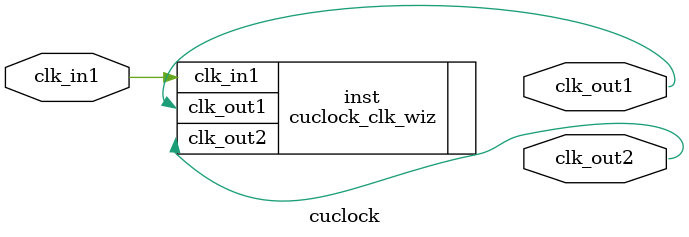
<source format=v>


`timescale 1ps/1ps

(* CORE_GENERATION_INFO = "cuclock,clk_wiz_v5_4_3_0,{component_name=cuclock,use_phase_alignment=true,use_min_o_jitter=false,use_max_i_jitter=false,use_dyn_phase_shift=false,use_inclk_switchover=false,use_dyn_reconfig=false,enable_axi=0,feedback_source=FDBK_AUTO,PRIMITIVE=MMCM,num_out_clk=2,clkin1_period=10.000,clkin2_period=10.000,use_power_down=false,use_reset=false,use_locked=false,use_inclk_stopped=false,feedback_type=SINGLE,CLOCK_MGR_TYPE=NA,manual_override=false}" *)

module cuclock 
 (
  // Clock out ports
  output        clk_out1,
  output        clk_out2,
 // Clock in ports
  input         clk_in1
 );

  cuclock_clk_wiz inst
  (
  // Clock out ports  
  .clk_out1(clk_out1),
  .clk_out2(clk_out2),
 // Clock in ports
  .clk_in1(clk_in1)
  );

endmodule

</source>
